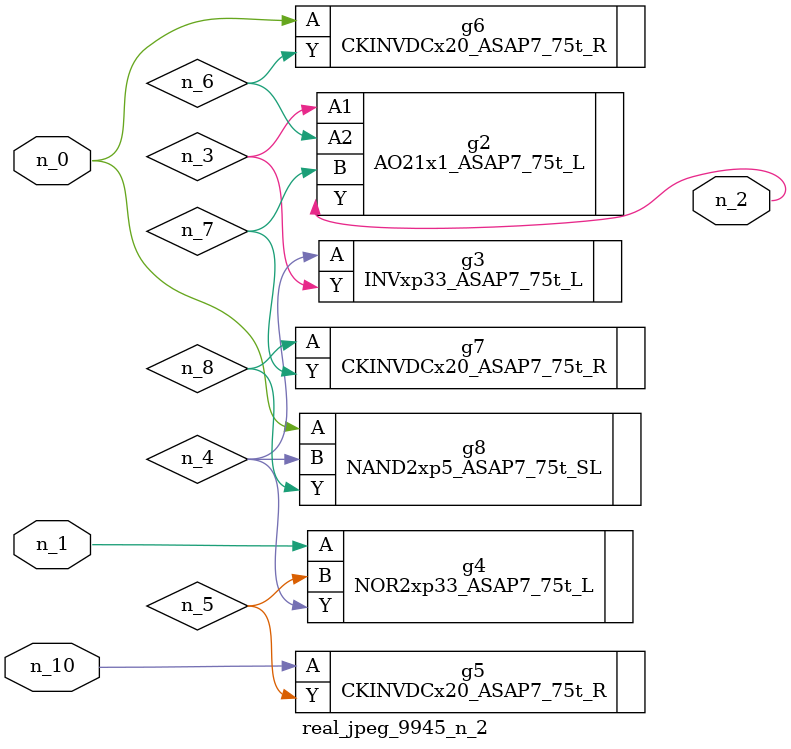
<source format=v>
module real_jpeg_9945_n_2 (n_1, n_10, n_0, n_2);

input n_1;
input n_10;
input n_0;

output n_2;

wire n_5;
wire n_4;
wire n_8;
wire n_6;
wire n_7;
wire n_3;

CKINVDCx20_ASAP7_75t_R g6 ( 
.A(n_0),
.Y(n_6)
);

NAND2xp5_ASAP7_75t_SL g8 ( 
.A(n_0),
.B(n_4),
.Y(n_8)
);

NOR2xp33_ASAP7_75t_L g4 ( 
.A(n_1),
.B(n_5),
.Y(n_4)
);

AO21x1_ASAP7_75t_L g2 ( 
.A1(n_3),
.A2(n_6),
.B(n_7),
.Y(n_2)
);

INVxp33_ASAP7_75t_L g3 ( 
.A(n_4),
.Y(n_3)
);

CKINVDCx20_ASAP7_75t_R g7 ( 
.A(n_8),
.Y(n_7)
);

CKINVDCx20_ASAP7_75t_R g5 ( 
.A(n_10),
.Y(n_5)
);


endmodule
</source>
